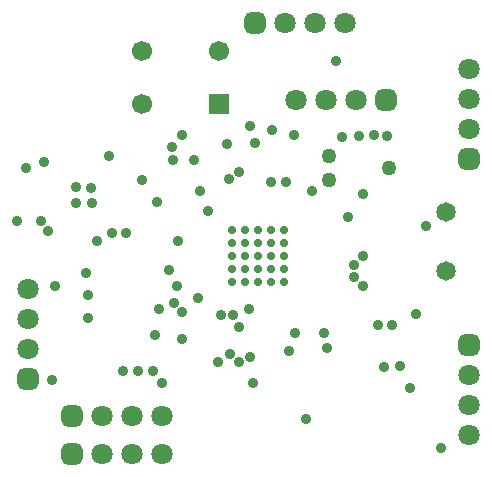
<source format=gbr>
%TF.GenerationSoftware,Altium Limited,Altium Designer,24.1.2 (44)*%
G04 Layer_Color=16711935*
%FSLAX45Y45*%
%MOMM*%
%TF.SameCoordinates,9F746DA8-F38A-4014-887F-1EC8760E2830*%
%TF.FilePolarity,Negative*%
%TF.FileFunction,Soldermask,Bot*%
%TF.Part,Single*%
G01*
G75*
%TA.AperFunction,ComponentPad*%
%ADD66R,1.70120X1.70120*%
%ADD67C,1.70120*%
%ADD68C,1.27020*%
%ADD69C,1.80320*%
G04:AMPARAMS|DCode=70|XSize=1.8032mm|YSize=1.8032mm|CornerRadius=0.5016mm|HoleSize=0mm|Usage=FLASHONLY|Rotation=0.000|XOffset=0mm|YOffset=0mm|HoleType=Round|Shape=RoundedRectangle|*
%AMROUNDEDRECTD70*
21,1,1.80320,0.80000,0,0,0.0*
21,1,0.80000,1.80320,0,0,0.0*
1,1,1.00320,0.40000,-0.40000*
1,1,1.00320,-0.40000,-0.40000*
1,1,1.00320,-0.40000,0.40000*
1,1,1.00320,0.40000,0.40000*
%
%ADD70ROUNDEDRECTD70*%
G04:AMPARAMS|DCode=71|XSize=1.8032mm|YSize=1.8032mm|CornerRadius=0.5016mm|HoleSize=0mm|Usage=FLASHONLY|Rotation=90.000|XOffset=0mm|YOffset=0mm|HoleType=Round|Shape=RoundedRectangle|*
%AMROUNDEDRECTD71*
21,1,1.80320,0.80000,0,0,90.0*
21,1,0.80000,1.80320,0,0,90.0*
1,1,1.00320,0.40000,0.40000*
1,1,1.00320,0.40000,-0.40000*
1,1,1.00320,-0.40000,-0.40000*
1,1,1.00320,-0.40000,0.40000*
%
%ADD71ROUNDEDRECTD71*%
%ADD72C,1.65320*%
%TA.AperFunction,ViaPad*%
%ADD73C,0.90320*%
%ADD74C,0.70320*%
D66*
X8685000Y10565000D02*
D03*
D67*
X8035000D02*
D03*
X8685000Y11015000D02*
D03*
X8035000D02*
D03*
D68*
X9613500Y10124100D02*
D03*
Y9920900D02*
D03*
X10121500Y10022500D02*
D03*
D69*
X9246000Y11250000D02*
D03*
X9500000D02*
D03*
X9754000D02*
D03*
X9846000Y10600000D02*
D03*
X9592000D02*
D03*
X9338000D02*
D03*
X10800000Y10354000D02*
D03*
Y10608000D02*
D03*
Y10862000D02*
D03*
X10797500Y8265000D02*
D03*
Y8011000D02*
D03*
Y7757000D02*
D03*
X7065000Y8490500D02*
D03*
Y8744500D02*
D03*
Y8998500D02*
D03*
X7692000Y7925000D02*
D03*
X7946000D02*
D03*
X8200000D02*
D03*
X7692000Y7600000D02*
D03*
X7946000D02*
D03*
X8200000D02*
D03*
D70*
X8992000Y11250000D02*
D03*
X10100000Y10600000D02*
D03*
X7438000Y7925000D02*
D03*
Y7600000D02*
D03*
D71*
X10800000Y10100000D02*
D03*
X10797500Y8519000D02*
D03*
X7065000Y8236500D02*
D03*
D72*
X10610000Y9150000D02*
D03*
Y9650000D02*
D03*
D73*
X10030000Y8690000D02*
D03*
X10152500D02*
D03*
X10302500Y8160000D02*
D03*
X10215000Y8345000D02*
D03*
X10080000Y8340000D02*
D03*
X7605000Y9852500D02*
D03*
X7610000Y9725000D02*
D03*
X7470000Y9722500D02*
D03*
X7472500Y9860000D02*
D03*
X8337500Y9402500D02*
D03*
X9675000Y10925000D02*
D03*
X9475000Y9825000D02*
D03*
X9317500Y10300000D02*
D03*
X9130000Y10340000D02*
D03*
X9250000Y9900000D02*
D03*
X9125000D02*
D03*
X9900000Y9025000D02*
D03*
X9825000Y9100000D02*
D03*
X9899801Y9275199D02*
D03*
X9825230Y9200230D02*
D03*
X10000000Y10300000D02*
D03*
X9900000Y9800000D02*
D03*
X8935000Y8825000D02*
D03*
X8950000Y8425000D02*
D03*
X8850000Y8675000D02*
D03*
Y8375000D02*
D03*
X8800000Y8775000D02*
D03*
X8775000Y8450000D02*
D03*
X8675000Y8375000D02*
D03*
X8700000Y8775000D02*
D03*
X8375000Y8575000D02*
D03*
Y8800000D02*
D03*
X8125000Y8305000D02*
D03*
X8142950Y8607049D02*
D03*
X8000000Y8305000D02*
D03*
X8300000Y8875000D02*
D03*
X7875000Y8305000D02*
D03*
X8971079Y8200000D02*
D03*
X8200000D02*
D03*
X8507312Y8917583D02*
D03*
X7275000Y8225000D02*
D03*
X7300000Y9025000D02*
D03*
X8950000Y10375000D02*
D03*
X8990000Y10230000D02*
D03*
X8750000Y10225000D02*
D03*
X7240000Y9490000D02*
D03*
X7200000Y10075000D02*
D03*
X7561789Y9128210D02*
D03*
X7575000Y8750000D02*
D03*
Y8950000D02*
D03*
X7900000Y9475000D02*
D03*
X9600000Y8500000D02*
D03*
X9275000Y8475000D02*
D03*
X8175000Y8825000D02*
D03*
X9425000Y7900000D02*
D03*
X8286412Y10200000D02*
D03*
X8292500Y10090000D02*
D03*
X8375000Y10300000D02*
D03*
X10563195Y7650015D02*
D03*
X10436250Y9533750D02*
D03*
X10110000Y10290000D02*
D03*
X8470000Y10090000D02*
D03*
X8030000Y9920000D02*
D03*
X8770000Y9930000D02*
D03*
X9780000Y9610000D02*
D03*
X9575000Y8625000D02*
D03*
X8590000Y9660000D02*
D03*
X8160000Y9730000D02*
D03*
X7650000Y9400000D02*
D03*
X7775000Y9475000D02*
D03*
X6975000Y9575000D02*
D03*
X7050000Y10025000D02*
D03*
X8850000Y9990000D02*
D03*
X9730000Y10283911D02*
D03*
X10350000Y8783911D02*
D03*
X9325000Y8625000D02*
D03*
X8325000Y9025000D02*
D03*
X8525000Y9825000D02*
D03*
X7750000Y10125000D02*
D03*
X7175000Y9575000D02*
D03*
X9870000Y10290000D02*
D03*
X8260000Y9155000D02*
D03*
D74*
X9235000Y9055000D02*
D03*
X9125000D02*
D03*
X9015000D02*
D03*
X8905000D02*
D03*
X8795000D02*
D03*
X9235000Y9165000D02*
D03*
X9125000D02*
D03*
X9015000D02*
D03*
X8905000D02*
D03*
X8795000D02*
D03*
X9235000Y9275000D02*
D03*
X9125000D02*
D03*
X9015000D02*
D03*
X8905000D02*
D03*
X8795000D02*
D03*
X9235000Y9385000D02*
D03*
X9125000D02*
D03*
X9015000D02*
D03*
X8905000D02*
D03*
X8795000D02*
D03*
X9235000Y9495000D02*
D03*
X9125000D02*
D03*
X9015000D02*
D03*
X8905000D02*
D03*
X8795000D02*
D03*
%TF.MD5,e5440d39481dc7ba3fd71804ef53ccc8*%
M02*

</source>
